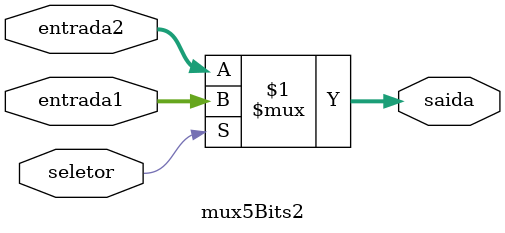
<source format=v>

module mux5Bits2 (
  input wire [4:0] entrada1,
  input wire [4:0] entrada2,
  input wire seletor,
  output wire [4:0] saida
);
  // Se seletor == 1, entao o output será a entrada1. Caso contrário, a entrada2.
  assign saida = (seletor) ? entrada1 : entrada2;
endmodule

</source>
